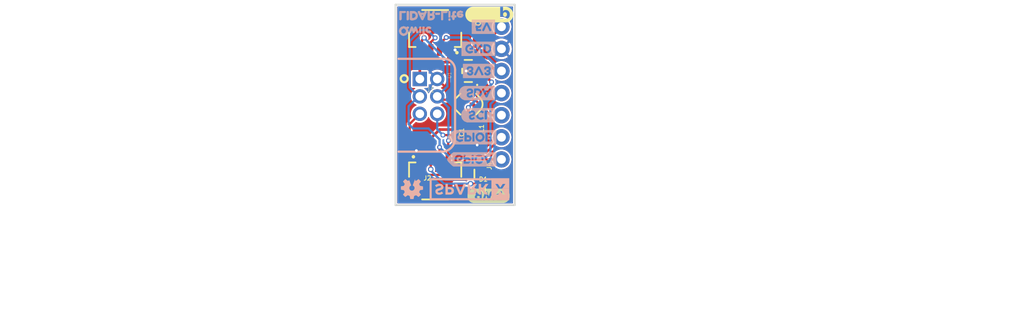
<source format=kicad_pcb>
(kicad_pcb (version 20211014) (generator pcbnew)
  (layers (0 "F.Cu" signal) (31 "B.Cu" signal) (34 "B.Paste" user) (35 "F.Paste" user) (36 "B.SilkS" user "B.Silkscreen") (37 "F.SilkS" user "F.Silkscreen") (38 "B.Mask" user) (39 "F.Mask" user) (44 "Edge.Cuts" user))
  (net 0 "")
  (net 1 "SDA")
  (net 2 "GPIOA")
  (net 3 "GND")
  (net 4 "SCL")
  (net 5 "GPIOB")
  (net 6 "3.3V")
  (net 7 "N$2")
  (net 8 "5V")
  (net 9 "N$1")
  (footprint "eagleBoard:0603" (layer "F.Cu") (at 150.0151 108.7246 90)
    (fp_text reference "C1" (at 0 -0.762 90) (layer "F.SilkS") (effects (font (size 0.512064 0.512064) (thickness 0.097536)) (justify left)))
    (fp_text value "4.7uF")
    (pad "1" smd rect (at -0.85 0 90) (size 1.1 1) (layers "F.Cu" "F.Paste" "F.Mask") (net 3 "GND"))
    (pad "2" smd rect (at 0.85 0 90) (size 1.1 1) (layers "F.Cu" "F.Paste" "F.Mask") (net 6 "3.3V"))
  )
  (footprint "eagleBoard:0603" (layer "F.Cu") (at 152.3011 114.0586 180)
    (fp_text reference "R1" (at 0 -0.762) (layer "F.SilkS") (effects (font (size 0.512064 0.512064) (thickness 0.097536)) (justify right)))
    (fp_text value "1k")
    (pad "1" smd rect (at -0.85 0 180) (size 1.1 1) (layers "F.Cu" "F.Paste" "F.Mask") (net 9 "N$1"))
    (pad "2" smd rect (at 0.85 0 180) (size 1.1 1) (layers "F.Cu" "F.Paste" "F.Mask") (net 6 "3.3V"))
  )
  (footprint "eagleBoard:INDUCTOR_4.7UH" (layer "F.Cu") (at 150.0151 104.9146 90)
    (fp_text reference "L1" (at -3.302 1.524 90) (layer "F.SilkS") (effects (font (size 0.512064 0.512064) (thickness 0.097536)) (justify left)))
    (fp_text value "4.7µH/±30%/1.2A")
    (pad "P$1" smd rect (at -1.5 0 180) (size 1.3 1.3) (layers "F.Cu" "F.Paste" "F.Mask") (net 6 "3.3V"))
    (pad "P$2" smd rect (at 1.5 0 180) (size 1.3 1.3) (layers "F.Cu" "F.Paste" "F.Mask") (net 7 "N$2"))
  )
  (footprint "eagleBoard:PWR0" (layer "F.Cu") (at 154.8411 115.4556 180)
    (fp_text reference "U$12" hide)
    (fp_text value "" hide)
  )
  (footprint "eagleBoard:1X07_NO_SILK" (layer "F.Cu") (at 153.8251 111.2646 90)
    (fp_text reference "J4" (at -1.27 -1.397 90) (layer "F.SilkS") (effects (font (size 0.512064 0.512064) (thickness 0.097536)) (justify left)))
    (fp_text value "")
    (pad "1" thru_hole circle (at 0 0 180) (size 1.8796 1.8796) (drill 1.016) (layers *.Cu *.Mask) (net 2 "GPIOA"))
    (pad "2" thru_hole circle (at 2.54 0 180) (size 1.8796 1.8796) (drill 1.016) (layers *.Cu *.Mask) (net 5 "GPIOB"))
    (pad "3" thru_hole circle (at 5.08 0 180) (size 1.8796 1.8796) (drill 1.016) (layers *.Cu *.Mask) (net 4 "SCL"))
    (pad "4" thru_hole circle (at 7.62 0 180) (size 1.8796 1.8796) (drill 1.016) (layers *.Cu *.Mask) (net 1 "SDA"))
    (pad "5" thru_hole circle (at 10.16 0 180) (size 1.8796 1.8796) (drill 1.016) (layers *.Cu *.Mask) (net 6 "3.3V"))
    (pad "6" thru_hole circle (at 12.7 0 180) (size 1.8796 1.8796) (drill 1.016) (layers *.Cu *.Mask) (net 3 "GND"))
    (pad "7" thru_hole circle (at 15.24 0 180) (size 1.8796 1.8796) (drill 1.016) (layers *.Cu *.Mask) (net 8 "5V"))
  )
  (footprint "eagleBoard:0603" (layer "F.Cu") (at 151.0311 97.0406 -90)
    (fp_text reference "C2" (at -2.159 -0.127 90) (layer "F.SilkS") (effects (font (size 0.512064 0.512064) (thickness 0.097536)) (justify right)))
    (fp_text value "10uF")
    (pad "1" smd rect (at -0.85 0 270) (size 1.1 1) (layers "F.Cu" "F.Paste" "F.Mask") (net 3 "GND"))
    (pad "2" smd rect (at 0.85 0 270) (size 1.1 1) (layers "F.Cu" "F.Paste" "F.Mask") (net 8 "5V"))
  )
  (footprint "eagleBoard:JST04_1MM_RA" (layer "F.Cu") (at 146.2051 111.2646)
    (fp_text reference "J2" (at -1.397 2.159) (layer "F.SilkS") (effects (font (size 0.512064 0.512064) (thickness 0.097536)) (justify left)))
    (fp_text value "")
    (pad "1" smd rect (at -1.5 0) (size 0.6 1.35) (layers "F.Cu" "F.Paste" "F.Mask") (net 3 "GND"))
    (pad "2" smd rect (at -0.5 0) (size 0.6 1.35) (layers "F.Cu" "F.Paste" "F.Mask") (net 6 "3.3V"))
    (pad "3" smd rect (at 0.5 0) (size 0.6 1.35) (layers "F.Cu" "F.Paste" "F.Mask") (net 1 "SDA"))
    (pad "4" smd rect (at 1.5 0) (size 0.6 1.35) (layers "F.Cu" "F.Paste" "F.Mask") (net 4 "SCL"))
    (pad "NC1" smd rect (at 2.8 3.675) (size 1.2 2) (layers "F.Cu" "F.Paste" "F.Mask"))
    (pad "NC2" smd rect (at -2.8 3.675) (size 1.2 2) (layers "F.Cu" "F.Paste" "F.Mask"))
  )
  (footprint "eagleBoard:CREATIVE_COMMONS" (layer "F.Cu") (at 130.9651 129.0446)
    (fp_text reference "FRAME1" hide)
    (fp_text value "FRAME-LETTER" hide)
  )
  (footprint "eagleBoard:JST04_1MM_RA" (layer "F.Cu") (at 146.2051 98.6996 180)
    (fp_text reference "J1" (at 0.016 -4.566332) (layer "F.SilkS") (effects (font (size 0.570586 0.570586) (thickness 0.039014)) (justify right)))
    (fp_text value "")
    (pad "1" smd rect (at -1.5 0 180) (size 0.6 1.35) (layers "F.Cu" "F.Paste" "F.Mask") (net 3 "GND"))
    (pad "2" smd rect (at -0.5 0 180) (size 0.6 1.35) (layers "F.Cu" "F.Paste" "F.Mask") (net 6 "3.3V"))
    (pad "3" smd rect (at 0.5 0 180) (size 0.6 1.35) (layers "F.Cu" "F.Paste" "F.Mask") (net 1 "SDA"))
    (pad "4" smd rect (at 1.5 0 180) (size 0.6 1.35) (layers "F.Cu" "F.Paste" "F.Mask") (net 4 "SCL"))
    (pad "NC1" smd rect (at 2.8 3.675 180) (size 1.2 2) (layers "F.Cu" "F.Paste" "F.Mask"))
    (pad "NC2" smd rect (at -2.8 3.675 180) (size 1.2 2) (layers "F.Cu" "F.Paste" "F.Mask"))
  )
  (footprint "eagleBoard:QWIIC_5.5MM" (layer "F.Cu") (at 152.4281 94.6276 180)
    (fp_text reference "LOGO1" hide)
    (fp_text value "QWIIC_LOGO_CONNECTOR" hide)
  )
  (footprint "eagleBoard:LED-0603" (layer "F.Cu") (at 152.3011 112.9156 180)
    (fp_text reference "D1" (at 0 -0.635) (layer "F.SilkS") (effects (font (size 0.512064 0.512064) (thickness 0.097536)) (justify right)))
    (fp_text value "RED")
    (pad "A" smd roundrect (at -0.877 0 90) (size 1 1) (layers "F.Cu" "F.Paste" "F.Mask") (roundrect_rratio 0.15) (net 9 "N$1"))
    (pad "C" smd roundrect (at 0.877 0 90) (size 1 1) (layers "F.Cu" "F.Paste" "F.Mask") (roundrect_rratio 0.15) (net 3 "GND"))
  )
  (footprint "eagleBoard:SOT23-5" (layer "F.Cu") (at 150.0151 101.1046 90)
    (fp_text reference "U1" (at -0.889 -2.159 90) (layer "F.SilkS") (effects (font (size 0.376489 0.376489) (thickness 0.029911)) (justify left)))
    (fp_text value "XC9140")
    (pad "1" smd rect (at -0.95 1.3001 90) (size 0.55 1.2) (layers "F.Cu" "F.Paste" "F.Mask") (net 6 "3.3V"))
    (pad "2" smd rect (at 0 1.3001 90) (size 0.55 1.2) (layers "F.Cu" "F.Paste" "F.Mask") (net 3 "GND"))
    (pad "3" smd rect (at 0.95 1.3001 90) (size 0.55 1.2) (layers "F.Cu" "F.Paste" "F.Mask") (net 6 "3.3V"))
    (pad "4" smd rect (at 0.95 -1.3001 90) (size 0.55 1.2) (layers "F.Cu" "F.Paste" "F.Mask") (net 8 "5V"))
    (pad "5" smd rect (at -0.95 -1.3001 90) (size 0.55 1.2) (layers "F.Cu" "F.Paste" "F.Mask") (net 7 "N$2"))
  )
  (footprint "eagleBoard:LIDAR_LITE" (layer "B.Cu") (at 118.7731 105.0416)
    (fp_text reference "U$7" hide)
    (fp_text value "LIDAR_LITE" hide)
  )
  (footprint "eagleBoard:OSHW-LOGO-MINI" (layer "B.Cu") (at 143.5381 114.5666)
    (fp_text reference "LOGO2" hide)
    (fp_text value "OSHW-LOGOMINI" hide)
  )
  (footprint "eagleBoard:SCL1" (layer "B.Cu") (at 149.1261 106.1846)
    (fp_text reference "U$5" hide)
    (fp_text value "" hide)
  )
  (footprint "eagleBoard:GND3" (layer "B.Cu") (at 148.7451 98.5646)
    (fp_text reference "U$1" hide)
    (fp_text value "" hide)
  )
  (footprint "eagleBoard:SPARKX-MEDIUM" (layer "B.Cu") (at 150.1421 114.6936)
    (fp_text reference "U$8" hide)
    (fp_text value "SPARKX-LOGO4" hide)
  )
  (footprint "eagleBoard:SDA4" (layer "B.Cu") (at 148.8721 103.6446)
    (fp_text reference "U$6" hide)
    (fp_text value "" hide)
  )
  (footprint "eagleBoard:3V30" (layer "B.Cu") (at 148.8721 101.1046)
    (fp_text reference "U$2" hide)
    (fp_text value "" hide)
  )
  (footprint "eagleBoard:LIDAR#LITE1" (layer "B.Cu") (at 141.1251 94.7546)
    (fp_text reference "U$11" hide)
    (fp_text value "" hide)
  )
  (footprint "eagleBoard:5V0" (layer "B.Cu") (at 149.8881 96.0246)
    (fp_text reference "U$10" hide)
    (fp_text value "" hide)
  )
  (footprint "eagleBoard:QWIIC0" (layer "B.Cu") (at 141.1251 96.5326)
    (fp_text reference "U$9" hide)
    (fp_text value "" hide)
  )
  (footprint "eagleBoard:GPIOA5" (layer "B.Cu") (at 147.4751 111.2646)
    (fp_text reference "U$3" hide)
    (fp_text value "" hide)
  )
  (footprint "eagleBoard:GPIOB2" (layer "B.Cu") (at 147.6021 108.7246)
    (fp_text reference "U$4" hide)
    (fp_text value "" hide)
  )
  (footprint "eagleBoard:CONN_3X2_2MM" (layer "B.Cu") (at 145.4431 104.0256 -90)
    (fp_text reference "J3" hide)
    (fp_text value "" hide)
    (pad "1" thru_hole rect (at -2 1) (size 1.651 1.651) (drill 1) (layers *.Cu *.Mask) (net 8 "5V"))
    (pad "2" thru_hole circle (at -2 -1 180) (size 1.651 1.651) (drill 1) (layers *.Cu *.Mask) (net 3 "GND"))
    (pad "3" thru_hole circle (at 0 1 180) (size 1.651 1.651) (drill 1) (layers *.Cu *.Mask) (net 1 "SDA"))
    (pad "4" thru_hole circle (at 0 -1 180) (size 1.651 1.651) (drill 1) (layers *.Cu *.Mask) (net 4 "SCL"))
    (pad "5" thru_hole circle (at 2 1 180) (size 1.651 1.651) (drill 1) (layers *.Cu *.Mask) (net 2 "GPIOA"))
    (pad "6" thru_hole circle (at 2 -1 180) (size 1.651 1.651) (drill 1) (layers *.Cu *.Mask) (net 5 "GPIOB"))
  )
  (gr_arc (start 148.4911 108.8516) (mid 148.044731 109.929231) (end 146.9671 110.3756) (layer "B.SilkS") (width 0.254))
  (gr_line (start 148.4911 100.9776) (end 148.4911 108.8516) (layer "B.SilkS") (width 0.254))
  (gr_line (start 142.0141 99.7076) (end 147.2211 99.7076) (layer "B.SilkS") (width 0.254))
  (gr_arc (start 147.2211 99.7076) (mid 148.119126 100.079574) (end 148.4911 100.9776) (layer "B.SilkS") (width 0.254))
  (gr_line (start 146.9671 110.3756) (end 142.0141 110.3756) (layer "B.SilkS") (width 0.254))
  (gr_circle (center 142.6491 101.9936) (end 143.050706 101.9936) (layer "F.SilkS") (width 0.254) (fill none))
  (gr_line (start 141.6531 93.4846) (end 141.6531 116.5226) (layer "Edge.Cuts") (width 0.2032))
  (gr_line (start 155.3491 116.5226) (end 155.3491 93.4846) (layer "Edge.Cuts") (width 0.2032))
  (gr_line (start 155.3491 93.4846) (end 141.6531 93.4846) (layer "Edge.Cuts") (width 0.2032))
  (gr_line (start 141.6531 116.5226) (end 155.3491 116.5226) (layer "Edge.Cuts") (width 0.2032))
  (segment (start 146.7051 111.2646) (end 146.7051 109.8756) (width 0.254) (layer "F.Cu") (net 1))
  (segment (start 145.7051 97.7946) (end 146.2051 97.2946) (width 0.254) (layer "F.Cu") (net 1))
  (segment (start 146.7051 109.8756) (end 146.7131 109.8676) (width 0.254) (layer "F.Cu") (net 1))
  (segment (start 145.7051 98.6996) (end 145.7051 97.7946) (width 0.254) (layer "F.Cu") (net 1))
  (via (at 146.7131 109.8676) (size 0.5588) (drill 0.3048) (layers "F.Cu" "B.Cu") (net 1))
  (via (at 146.2051 97.2946) (size 0.5588) (drill 0.3048) (layers "F.Cu" "B.Cu") (net 1))
  (segment (start 143.2874 102.987875) (end 143.4111 103.111575) (width 0.254) (layer "B.Cu") (net 1))
  (segment (start 145.303337 96.4056) (end 144.566862 96.4056) (width 0.254) (layer "B.Cu") (net 1))
  (segment (start 146.2051 97.2946) (end 146.192337 97.2946) (width 0.254) (layer "B.Cu") (net 1))
  (segment (start 145.4431 107.7086) (end 143.6651 107.7086) (width 0.254) (layer "B.Cu") (net 1))
  (segment (start 143.931862 97.0406) (end 143.9191 97.0406) (width 0.254) (layer "B.Cu") (net 1))
  (segment (start 152.5551 104.9146) (end 152.5551 110.5026) (width 0.254) (layer "B.Cu") (net 1))
  (segment (start 146.7131 108.9786) (end 145.4431 107.7086) (width 0.254) (layer "B.Cu") (net 1))
  (segment (start 143.9191 97.0406) (end 143.2874 97.6723) (width 0.254) (layer "B.Cu") (net 1))
  (segment (start 153.8251 103.6446) (end 152.5551 104.9146) (width 0.254) (layer "B.Cu") (net 1))
  (segment (start 144.3001 104.0256) (end 144.4431 104.0256) (width 0.254) (layer "B.Cu") (net 1))
  (segment (start 143.2874 97.6723) (end 143.2874 102.987875) (width 0.254) (layer "B.Cu") (net 1))
  (segment (start 144.566862 96.4056) (end 143.931862 97.0406) (width 0.254) (layer "B.Cu") (net 1))
  (segment (start 143.4111 103.1366) (end 144.3001 104.0256) (width 0.254) (layer "B.Cu") (net 1))
  (segment (start 146.192337 97.2946) (end 145.303337 96.4056) (width 0.254) (layer "B.Cu") (net 1))
  (segment (start 143.1571 107.2006) (end 143.1571 105.1686) (width 0.254) (layer "B.Cu") (net 1))
  (segment (start 146.7131 109.8676) (end 146.7131 108.9786) (width 0.254) (layer "B.Cu") (net 1))
  (segment (start 143.4111 103.111575) (end 143.4111 103.1366) (width 0.254) (layer "B.Cu") (net 1))
  (segment (start 147.9831 111.1376) (end 146.7131 109.8676) (width 0.254) (layer "B.Cu") (net 1))
  (segment (start 152.5551 110.5026) (end 151.9201 111.1376) (width 0.254) (layer "B.Cu") (net 1))
  (segment (start 143.1571 105.1686) (end 144.3001 104.0256) (width 0.254) (layer "B.Cu") (net 1))
  (segment (start 143.6651 107.7086) (end 143.1571 107.2006) (width 0.254) (layer "B.Cu") (net 1))
  (segment (start 151.9201 111.1376) (end 147.9831 111.1376) (width 0.254) (layer "B.Cu") (net 1))
  (segment (start 147.9831 113.0426) (end 143.9191 113.0426) (width 0.254) (layer "F.Cu") (net 2))
  (segment (start 143.2841 107.1846) (end 144.4431 106.0256) (width 0.254) (layer "F.Cu") (net 2))
  (segment (start 143.2841 112.4076) (end 143.2841 107.1846) (width 0.254) (layer "F.Cu") (net 2))
  (segment (start 143.9191 113.0426) (end 143.2841 112.4076) (width 0.254) (layer "F.Cu") (net 2))
  (segment (start 149.7611 111.2646) (end 147.9831 113.0426) (width 0.254) (layer "F.Cu") (net 2))
  (segment (start 153.8251 111.2646) (end 149.7611 111.2646) (width 0.254) (layer "F.Cu") (net 2))
  (segment (start 151.3152 101.1046) (end 149.7611 101.1046) (width 0.254) (layer "F.Cu") (net 3))
  (segment (start 147.7131 98.6916) (end 148.4911 98.6916) (width 0.254) (layer "F.Cu") (net 3))
  (segment (start 147.7051 98.6996) (end 147.7131 98.6916) (width 0.254) (layer "F.Cu") (net 3))
  (via (at 149.7611 101.1046) (size 0.5588) (drill 0.3048) (layers "F.Cu" "B.Cu") (net 3))
  (via (at 151.0311 109.6136) (size 0.5588) (drill 0.3048) (layers "F.Cu" "B.Cu") (net 3))
  (via (at 148.4911 98.6916) (size 0.604) (drill 0.35) (layers "F.Cu" "B.Cu") (net 3))
  (via (at 144.0461 110.2486) (size 0.5588) (drill 0.3048) (layers "F.Cu" "B.Cu") (net 3))
  (segment (start 148.9991 99.1996) (end 148.9991 100.5966) (width 0.254) (layer "B.Cu") (net 3))
  (segment (start 148.4911 98.6916) (end 148.9991 99.1996) (width 0.254) (layer "B.Cu") (net 3))
  (segment (start 149.5071 101.1046) (end 149.7611 101.1046) (width 0.254) (layer "B.Cu") (net 3))
  (segment (start 148.9991 100.5966) (end 149.5071 101.1046) (width 0.254) (layer "B.Cu") (net 3))
  (segment (start 144.7051 97.5246) (end 144.9351 97.2946) (width 0.254) (layer "F.Cu") (net 4))
  (segment (start 147.7051 109.1296) (end 147.7291 109.1056) (width 0.254) (layer "F.Cu") (net 4))
  (segment (start 152.5551 106.1846) (end 150.7771 104.4066) (width 0.254) (layer "F.Cu") (net 4))
  (segment (start 153.8251 106.1846) (end 152.5551 106.1846) (width 0.254) (layer "F.Cu") (net 4))
  (segment (start 144.7051 98.6996) (end 144.7051 97.5246) (width 0.254) (layer "F.Cu") (net 4))
  (segment (start 147.7051 111.2646) (end 147.7051 109.1296) (width 0.254) (layer "F.Cu") (net 4))
  (segment (start 150.7771 104.4066) (end 146.8241 104.4066) (width 0.254) (layer "F.Cu") (net 4))
  (segment (start 146.8241 104.4066) (end 146.4431 104.0256) (width 0.254) (layer "F.Cu") (net 4))
  (via (at 147.7291 109.1056) (size 0.5588) (drill 0.3048) (layers "F.Cu" "B.Cu") (net 4))
  (via (at 144.9351 97.2946) (size 0.604) (drill 0.35) (layers "F.Cu" "B.Cu") (net 4))
  (segment (start 147.7671 105.3496) (end 146.4431 104.0256) (width 0.254) (layer "B.Cu") (net 4))
  (segment (start 147.7291 105.3876) (end 147.7671 105.3496) (width 0.254) (layer "B.Cu") (net 4))
  (segment (start 147.7291 109.1056) (end 147.7291 105.3876) (width 0.254) (layer "B.Cu") (net 4))
  (segment (start 147.6021 102.8666) (end 146.4431 104.0256) (width 0.254) (layer "B.Cu") (net 4))
  (segment (start 147.6021 99.9616) (end 147.6021 102.8666) (width 0.254) (layer "B.Cu") (net 4))
  (segment (start 144.9351 97.2946) (end 147.6021 99.9616) (width 0.254) (layer "B.Cu") (net 4))
  (segment (start 148.7451 109.9946) (end 149.2531 110.5026) (width 0.254) (layer "F.Cu") (net 5))
  (segment (start 147.0941 108.4706) (end 148.4911 108.4706) (width 0.254) (layer "F.Cu") (net 5))
  (segment (start 148.4911 108.4706) (end 148.7451 108.7246) (width 0.254) (layer "F.Cu") (net 5))
  (segment (start 152.0471 110.5026) (end 153.8251 108.7246) (width 0.254) (layer "F.Cu") (net 5))
  (segment (start 148.7451 108.7246) (end 148.7451 109.9946) (width 0.254) (layer "F.Cu") (net 5))
  (segment (start 149.2531 110.5026) (end 152.0471 110.5026) (width 0.254) (layer "F.Cu") (net 5))
  (via (at 147.0941 108.4706) (size 0.5588) (drill 0.3048) (layers "F.Cu" "B.Cu") (net 5))
  (segment (start 147.0941 108.4706) (end 146.4431 107.8196) (width 0.254) (layer "B.Cu") (net 5))
  (segment (start 146.4431 107.8196) (end 146.4431 106.0256) (width 0.254) (layer "B.Cu") (net 5))
  (segment (start 149.9761 107.8356) (end 150.0151 107.8746) (width 0.254) (layer "F.Cu") (net 6))
  (segment (start 146.7051 98.0326) (end 147.4751 97.2626) (width 0.254) (layer "F.Cu") (net 6))
  (segment (start 146.7131 107.8356) (end 149.9761 107.8356) (width 0.3048) (layer "F.Cu") (net 6))
  (segment (start 151.3152 102.0546) (end 152.2351 102.0546) (width 0.3048) (layer "F.Cu") (net 6))
  (segment (start 152.2351 102.0546) (end 152.3621 102.0546) (width 0.254) (layer "F.Cu") (net 6))
  (segment (start 153.8251 101.1046) (end 153.1851 101.1046) (width 0.3048) (layer "F.Cu") (net 6))
  (segment (start 145.7051 111.2646) (end 145.7051 108.8436) (width 0.3048) (layer "F.Cu") (net 6))
  (segment (start 152.2351 100.1546) (end 152.5551 100.4746) (width 0.3048) (layer "F.Cu") (net 6))
  (segment (start 152.5551 100.4746) (end 152.5551 101.7346) (width 0.3048) (layer "F.Cu") (net 6))
  (segment (start 150.0151 106.4146) (end 150.0151 105.2956) (width 0.3048) (layer "F.Cu") (net 6))
  (segment (start 145.6971 112.4076) (end 145.6971 111.2726) (width 0.254) (layer "F.Cu") (net 6))
  (segment (start 145.6971 111.2726) (end 145.7051 111.2646) (width 0.254) (layer "F.Cu") (net 6))
  (segment (start 151.3152 100.1546) (end 152.2351 100.1546) (width 0.3048) (layer "F.Cu") (net 6))
  (segment (start 151.4511 114.0586) (end 150.2691 114.0586) (width 0.254) (layer "F.Cu") (net 6))
  (segment (start 152.5551 101.7346) (end 152.2351 102.0546) (width 0.3048) (layer "F.Cu") (net 6))
  (segment (start 146.7051 98.6996) (end 146.7051 98.0326) (width 0.254) (layer "F.Cu") (net 6))
  (segment (start 152.3621 102.0546) (end 152.6821 102.3746) (width 0.3048) (layer "F.Cu") (net 6))
  (segment (start 150.0151 106.4146) (end 150.0151 107.8746) (width 0.3048) (layer "F.Cu") (net 6))
  (segment (start 145.7051 108.8436) (end 146.7131 107.8356) (width 0.3048) (layer "F.Cu") (net 6))
  (segment (start 153.1851 101.1046) (end 152.5551 100.4746) (width 0.3048) (layer "F.Cu") (net 6))
  (via (at 150.0151 105.2956) (size 0.5588) (drill 0.3048) (layers "F.Cu" "B.Cu") (net 6))
  (via (at 145.6971 112.4076) (size 0.635) (drill 0.381) (layers "F.Cu" "B.Cu") (net 6))
  (via (at 147.4751 97.2626) (size 0.5588) (drill 0.3048) (layers "F.Cu" "B.Cu") (net 6))
  (via (at 152.6821 102.3746) (size 0.5588) (drill 0.3048) (layers "F.Cu" "B.Cu") (net 6))
  (via (at 150.2691 114.0586) (size 0.635) (drill 0.381) (layers "F.Cu" "B.Cu") (net 6))
  (segment (start 145.6971 112.5346) (end 145.6971 112.4076) (width 0.254) (layer "B.Cu") (net 6))
  (segment (start 147.4751 97.2626) (end 149.9831 97.2626) (width 0.3048) (layer "B.Cu") (net 6))
  (segment (start 150.0151 105.2956) (end 152.6821 102.6286) (width 0.3048) (layer "B.Cu") (net 6))
  (segment (start 152.6821 102.6286) (end 152.6821 102.3746) (width 0.254) (layer "B.Cu") (net 6))
  (segment (start 149.9831 97.2626) (end 153.8251 101.1046) (width 0.3048) (layer "B.Cu") (net 6))
  (segment (start 150.2691 114.0586) (end 147.2211 114.0586) (width 0.254) (layer "B.Cu") (net 6))
  (segment (start 147.2211 114.0586) (end 145.6971 112.5346) (width 0.254) (layer "B.Cu") (net 6))
  (segment (start 150.0151 103.3547) (end 150.0151 103.4146) (width 0.254) (layer "F.Cu") (net 7))
  (segment (start 148.715 102.0546) (end 150.0151 103.3547) (width 0.254) (layer "F.Cu") (net 7))
  (segment (start 144.4431 102.0256) (end 144.4431 100.7076) (width 0.3048) (layer "F.Cu") (net 8))
  (segment (start 150.7771 99.1996) (end 151.0311 98.9456) (width 0.3048) (layer "F.Cu") (net 8))
  (segment (start 148.715 100.1546) (end 149.67 99.1996) (width 0.3048) (layer "F.Cu") (net 8))
  (segment (start 153.8251 96.0246) (end 151.9591 97.8906) (width 0.3048) (layer "F.Cu") (net 8))
  (segment (start 149.67 99.1996) (end 150.7771 99.1996) (width 0.3048) (layer "F.Cu") (net 8))
  (segment (start 148.649 100.0886) (end 148.715 100.1546) (width 0.254) (layer "F.Cu") (net 8))
  (segment (start 151.9591 97.8906) (end 151.0311 97.8906) (width 0.3048) (layer "F.Cu") (net 8))
  (segment (start 144.4431 100.7076) (end 145.0621 100.0886) (width 0.3048) (layer "F.Cu") (net 8))
  (segment (start 145.0621 100.0886) (end 148.649 100.0886) (width 0.3048) (layer "F.Cu") (net 8))
  (segment (start 151.0311 98.9456) (end 151.0311 97.8906) (width 0.3048) (layer "F.Cu") (net 8))
  (segment (start 153.1781 114.0316) (end 153.1781 112.9156) (width 0.254) (layer "F.Cu") (net 9))
  (segment (start 153.1511 114.0586) (end 153.1781 114.0316) (width 0.254) (layer "F.Cu") (net 9))
  (zone (net 3) (net_name "GND") (layer "F.Cu") (priority 6) (connect_pads (clearance 0.2032)) (min_thickness 0.1016) (fill yes (thermal_gap 0.2532) (thermal_bridge_width 0.2532))
    (polygon (pts (xy 155.1967 116.7002) (xy 141.5315 116.7002) (xy 141.5315 93.383) (xy 155.1967 93.383)))
  )
  (zone (net 3) (net_name "GND") (layer "B.Cu") (priority 6) (connect_pads (clearance 0.2032)) (min_thickness 0.1016) (fill yes (thermal_gap 0.2532) (thermal_bridge_width 0.2532))
    (polygon (pts (xy 155.3237 116.7002) (xy 141.5315 116.7002) (xy 141.5315 93.383) (xy 155.3237 93.383)))
  )
)
</source>
